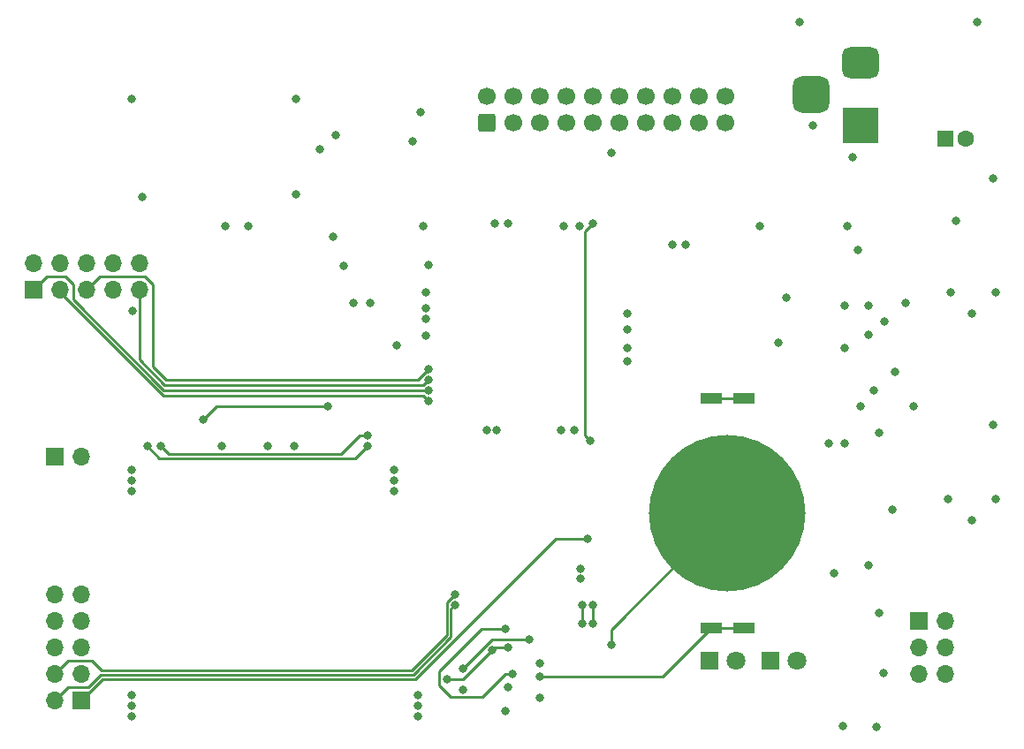
<source format=gbl>
G04 #@! TF.GenerationSoftware,KiCad,Pcbnew,7.0.10-7.0.10~ubuntu22.04.1*
G04 #@! TF.CreationDate,2024-05-15T19:40:14+10:00*
G04 #@! TF.ProjectId,AtariHDisk4,41746172-6948-4446-9973-6b342e6b6963,rev?*
G04 #@! TF.SameCoordinates,Original*
G04 #@! TF.FileFunction,Copper,L4,Bot*
G04 #@! TF.FilePolarity,Positive*
%FSLAX46Y46*%
G04 Gerber Fmt 4.6, Leading zero omitted, Abs format (unit mm)*
G04 Created by KiCad (PCBNEW 7.0.10-7.0.10~ubuntu22.04.1) date 2024-05-15 19:40:14*
%MOMM*%
%LPD*%
G01*
G04 APERTURE LIST*
G04 Aperture macros list*
%AMRoundRect*
0 Rectangle with rounded corners*
0 $1 Rounding radius*
0 $2 $3 $4 $5 $6 $7 $8 $9 X,Y pos of 4 corners*
0 Add a 4 corners polygon primitive as box body*
4,1,4,$2,$3,$4,$5,$6,$7,$8,$9,$2,$3,0*
0 Add four circle primitives for the rounded corners*
1,1,$1+$1,$2,$3*
1,1,$1+$1,$4,$5*
1,1,$1+$1,$6,$7*
1,1,$1+$1,$8,$9*
0 Add four rect primitives between the rounded corners*
20,1,$1+$1,$2,$3,$4,$5,0*
20,1,$1+$1,$4,$5,$6,$7,0*
20,1,$1+$1,$6,$7,$8,$9,0*
20,1,$1+$1,$8,$9,$2,$3,0*%
G04 Aperture macros list end*
G04 #@! TA.AperFunction,ComponentPad*
%ADD10R,1.600000X1.600000*%
G04 #@! TD*
G04 #@! TA.AperFunction,ComponentPad*
%ADD11C,1.600000*%
G04 #@! TD*
G04 #@! TA.AperFunction,ComponentPad*
%ADD12R,1.700000X1.700000*%
G04 #@! TD*
G04 #@! TA.AperFunction,ComponentPad*
%ADD13O,1.700000X1.700000*%
G04 #@! TD*
G04 #@! TA.AperFunction,ComponentPad*
%ADD14R,3.500000X3.500000*%
G04 #@! TD*
G04 #@! TA.AperFunction,ComponentPad*
%ADD15RoundRect,0.750000X-1.000000X0.750000X-1.000000X-0.750000X1.000000X-0.750000X1.000000X0.750000X0*%
G04 #@! TD*
G04 #@! TA.AperFunction,ComponentPad*
%ADD16RoundRect,0.875000X-0.875000X0.875000X-0.875000X-0.875000X0.875000X-0.875000X0.875000X0.875000X0*%
G04 #@! TD*
G04 #@! TA.AperFunction,ComponentPad*
%ADD17R,1.800000X1.800000*%
G04 #@! TD*
G04 #@! TA.AperFunction,ComponentPad*
%ADD18C,1.800000*%
G04 #@! TD*
G04 #@! TA.AperFunction,ComponentPad*
%ADD19RoundRect,0.250000X0.600000X-0.600000X0.600000X0.600000X-0.600000X0.600000X-0.600000X-0.600000X0*%
G04 #@! TD*
G04 #@! TA.AperFunction,ComponentPad*
%ADD20C,1.700000*%
G04 #@! TD*
G04 #@! TA.AperFunction,SMDPad,CuDef*
%ADD21R,2.100000X1.000000*%
G04 #@! TD*
G04 #@! TA.AperFunction,SMDPad,CuDef*
%ADD22C,15.000000*%
G04 #@! TD*
G04 #@! TA.AperFunction,ViaPad*
%ADD23C,0.800000*%
G04 #@! TD*
G04 #@! TA.AperFunction,Conductor*
%ADD24C,0.250000*%
G04 #@! TD*
G04 APERTURE END LIST*
D10*
X146050000Y-71628000D03*
D11*
X148050000Y-71628000D03*
D12*
X58674000Y-86106000D03*
D13*
X58674000Y-83566000D03*
X61214000Y-86106000D03*
X61214000Y-83566000D03*
X63754000Y-86106000D03*
X63754000Y-83566000D03*
X66294000Y-86106000D03*
X66294000Y-83566000D03*
X68834000Y-86106000D03*
X68834000Y-83566000D03*
D14*
X137922000Y-70358000D03*
D15*
X137922000Y-64358000D03*
D16*
X133222000Y-67358000D03*
D17*
X123444000Y-121666000D03*
D18*
X125984000Y-121666000D03*
D12*
X60706000Y-102108000D03*
D13*
X63246000Y-102108000D03*
D17*
X129286000Y-121666000D03*
D18*
X131826000Y-121666000D03*
D12*
X143535400Y-117830600D03*
D13*
X146075400Y-117830600D03*
X143535400Y-120370600D03*
X146075400Y-120370600D03*
X143535400Y-122910600D03*
X146075400Y-122910600D03*
D12*
X63251000Y-125471000D03*
D13*
X60711000Y-125471000D03*
X63251000Y-122931000D03*
X60711000Y-122931000D03*
X63251000Y-120391000D03*
X60711000Y-120391000D03*
X63251000Y-117851000D03*
X60711000Y-117851000D03*
X63251000Y-115311000D03*
X60711000Y-115311000D03*
D19*
X102108000Y-70104000D03*
D20*
X104648000Y-70104000D03*
X107188000Y-70104000D03*
X109728000Y-70104000D03*
X112268000Y-70104000D03*
X114808000Y-70104000D03*
X117348000Y-70104000D03*
X119888000Y-70104000D03*
X122428000Y-70104000D03*
X124968000Y-70104000D03*
X102108000Y-67564000D03*
X104648000Y-67564000D03*
X107188000Y-67564000D03*
X109728000Y-67564000D03*
X112268000Y-67564000D03*
X114808000Y-67564000D03*
X117348000Y-67564000D03*
X119888000Y-67564000D03*
X122428000Y-67564000D03*
X124968000Y-67564000D03*
D21*
X126746000Y-96520000D03*
X123646000Y-96520000D03*
X126746000Y-118520000D03*
X123646000Y-118520000D03*
D22*
X125196000Y-107520000D03*
D23*
X94996000Y-71882000D03*
X141224000Y-93980000D03*
X140208000Y-89154000D03*
X110998000Y-80010000D03*
X93472000Y-91466000D03*
X132080000Y-60452000D03*
X68072000Y-103378000D03*
X143002000Y-97282000D03*
X79248000Y-80010000D03*
X68072000Y-127000000D03*
X150622000Y-99060000D03*
X88392000Y-83820000D03*
X104140000Y-79756000D03*
X133350000Y-70358000D03*
X119888000Y-81788000D03*
X95504000Y-127000000D03*
X93218000Y-104394000D03*
X136296400Y-127965200D03*
X107188000Y-125222000D03*
X114085200Y-72998400D03*
X148590000Y-108204000D03*
X146558000Y-86360000D03*
X93218000Y-105410000D03*
X103937000Y-126522000D03*
X110490000Y-99568000D03*
X149098000Y-60452000D03*
X139192000Y-95758000D03*
X96266000Y-88900000D03*
X147066000Y-79502000D03*
X130048000Y-91186000D03*
X150876000Y-106172000D03*
X130810000Y-86868000D03*
X140970000Y-107188000D03*
X138684000Y-112522000D03*
X136398000Y-91694000D03*
X68072000Y-105410000D03*
X68072000Y-124968000D03*
X93218000Y-103378000D03*
X115570000Y-91694000D03*
X87625631Y-71322369D03*
X104140000Y-124206000D03*
X83820000Y-67818000D03*
X150876000Y-86360000D03*
X139446000Y-128016000D03*
X89395000Y-87363000D03*
X83820000Y-76962000D03*
X96266000Y-86360000D03*
X96520000Y-83743001D03*
X114046000Y-120142000D03*
X136398000Y-100838000D03*
X128270000Y-80010000D03*
X115570000Y-88392000D03*
X111122500Y-112831997D03*
X68072000Y-104394000D03*
X76708000Y-101092000D03*
X139700000Y-117094000D03*
X146304000Y-106172000D03*
X137160000Y-73406000D03*
X137668000Y-82296000D03*
X136652000Y-80010000D03*
X69088000Y-77216000D03*
X150622000Y-75438000D03*
X107239000Y-121950000D03*
X148590000Y-88392000D03*
X103087505Y-99592587D03*
X95504000Y-125984000D03*
X83663000Y-101092000D03*
X96012000Y-80010000D03*
X95504000Y-124968000D03*
X140120800Y-122834400D03*
X68072000Y-125984000D03*
X134874000Y-100838000D03*
X68072000Y-67818000D03*
X142240000Y-87376000D03*
X136398000Y-87630000D03*
X138684000Y-87630000D03*
X86106000Y-72644000D03*
X138684000Y-90424000D03*
X95758000Y-69088000D03*
X81163000Y-101092000D03*
X135382000Y-113284000D03*
X96266000Y-87884000D03*
X109220000Y-99568000D03*
X90932000Y-87376000D03*
X121158000Y-81788000D03*
X77046000Y-80010000D03*
X99822000Y-124460000D03*
X68149000Y-88138000D03*
X115570000Y-92964000D03*
X139700000Y-99822000D03*
X102870000Y-79756000D03*
X87376000Y-81026000D03*
X109474000Y-80010000D03*
X111122500Y-113792000D03*
X102108000Y-99568000D03*
X96266000Y-90460000D03*
X115570000Y-89916000D03*
X137922000Y-97282000D03*
X99060000Y-116332000D03*
X99060000Y-115316000D03*
X112268000Y-118112000D03*
X112268000Y-116332000D03*
X111303630Y-116332000D03*
X111303630Y-118112000D03*
X70866000Y-101092000D03*
X90678000Y-100076000D03*
X103886000Y-118618000D03*
X104602354Y-122947600D03*
X99822000Y-122428000D03*
X106172000Y-119634000D03*
X102616000Y-120650000D03*
X104140000Y-120396000D03*
X98298000Y-123444000D03*
X96520000Y-95758000D03*
X96520000Y-96774000D03*
X96520000Y-93726000D03*
X96520000Y-94742000D03*
X111760000Y-109982000D03*
X112289000Y-79735000D03*
X112014000Y-100584000D03*
X107239000Y-123190000D03*
X69596000Y-101092000D03*
X90678000Y-101092000D03*
X74930000Y-98552000D03*
X86868000Y-97282000D03*
D24*
X114046000Y-118670000D02*
X114046000Y-120142000D01*
X125196000Y-107520000D02*
X114046000Y-118670000D01*
X95080172Y-123034000D02*
X65108172Y-123034000D01*
X61976000Y-124206000D02*
X60711000Y-125471000D01*
X99060000Y-116332000D02*
X98708000Y-116684000D01*
X65108172Y-123034000D02*
X63936172Y-124206000D01*
X98708000Y-119406172D02*
X95080172Y-123034000D01*
X98708000Y-116684000D02*
X98708000Y-119406172D01*
X63936172Y-124206000D02*
X61976000Y-124206000D01*
X60711000Y-122931000D02*
X61976000Y-121666000D01*
X61976000Y-121666000D02*
X64262000Y-121666000D01*
X94910345Y-122623999D02*
X98298000Y-119236344D01*
X98298000Y-116078000D02*
X99060000Y-115316000D01*
X64262000Y-121666000D02*
X65219999Y-122623999D01*
X65219999Y-122623999D02*
X94910345Y-122623999D01*
X98298000Y-119236344D02*
X98298000Y-116078000D01*
X112268000Y-118112000D02*
X112268000Y-116332000D01*
X111303630Y-118112000D02*
X111303630Y-116332000D01*
X88138000Y-101854000D02*
X71628000Y-101854000D01*
X89916000Y-100076000D02*
X88138000Y-101854000D01*
X71628000Y-101854000D02*
X70866000Y-101092000D01*
X90678000Y-100076000D02*
X89916000Y-100076000D01*
X101600000Y-118618000D02*
X103886000Y-118618000D01*
X98625631Y-125145000D02*
X97536000Y-124055369D01*
X97536000Y-124055369D02*
X97536000Y-122682000D01*
X104602354Y-122947600D02*
X103874400Y-122947600D01*
X97536000Y-122682000D02*
X101600000Y-118618000D01*
X101677000Y-125145000D02*
X98625631Y-125145000D01*
X103874400Y-122947600D02*
X101677000Y-125145000D01*
X106172000Y-119634000D02*
X102616000Y-119634000D01*
X102616000Y-119634000D02*
X99822000Y-122428000D01*
X102870000Y-120396000D02*
X99822000Y-123444000D01*
X104140000Y-120396000D02*
X102870000Y-120396000D01*
X99822000Y-123444000D02*
X98298000Y-123444000D01*
X71191828Y-95758000D02*
X62484000Y-87050172D01*
X62484000Y-85598000D02*
X61722000Y-84836000D01*
X61722000Y-84836000D02*
X59944000Y-84836000D01*
X59944000Y-84836000D02*
X58674000Y-86106000D01*
X62484000Y-87050172D02*
X62484000Y-85598000D01*
X96520000Y-95758000D02*
X71191828Y-95758000D01*
X71120000Y-96266000D02*
X61214000Y-86360000D01*
X96520000Y-96774000D02*
X96012000Y-96266000D01*
X96012000Y-96266000D02*
X71120000Y-96266000D01*
X61214000Y-86360000D02*
X61214000Y-86106000D01*
X95504000Y-94742000D02*
X71374000Y-94742000D01*
X96520000Y-93726000D02*
X95504000Y-94742000D01*
X65024000Y-84836000D02*
X63754000Y-86106000D01*
X71374000Y-94742000D02*
X70104000Y-93472000D01*
X70104000Y-93472000D02*
X70104000Y-85557433D01*
X69382567Y-84836000D02*
X65024000Y-84836000D01*
X70104000Y-85557433D02*
X69382567Y-84836000D01*
X71263656Y-95250000D02*
X68834000Y-92820344D01*
X96012000Y-95250000D02*
X71263656Y-95250000D01*
X96520000Y-94742000D02*
X96012000Y-95250000D01*
X68834000Y-92820344D02*
X68834000Y-86106000D01*
X63251000Y-125471000D02*
X65278000Y-123444000D01*
X65278000Y-123444000D02*
X95250000Y-123444000D01*
X108712000Y-109982000D02*
X111760000Y-109982000D01*
X111506000Y-100076000D02*
X111506000Y-80518000D01*
X111506000Y-80518000D02*
X112289000Y-79735000D01*
X95250000Y-123444000D02*
X108712000Y-109982000D01*
X112014000Y-100584000D02*
X111506000Y-100076000D01*
X126746000Y-118520000D02*
X123646000Y-118520000D01*
X118976000Y-123190000D02*
X107239000Y-123190000D01*
X123646000Y-96520000D02*
X126746000Y-96520000D01*
X123646000Y-118520000D02*
X118976000Y-123190000D01*
X70768000Y-102264000D02*
X69596000Y-101092000D01*
X90678000Y-101092000D02*
X89506000Y-102264000D01*
X89506000Y-102264000D02*
X70768000Y-102264000D01*
X86868000Y-97282000D02*
X76200000Y-97282000D01*
X76200000Y-97282000D02*
X74930000Y-98552000D01*
M02*

</source>
